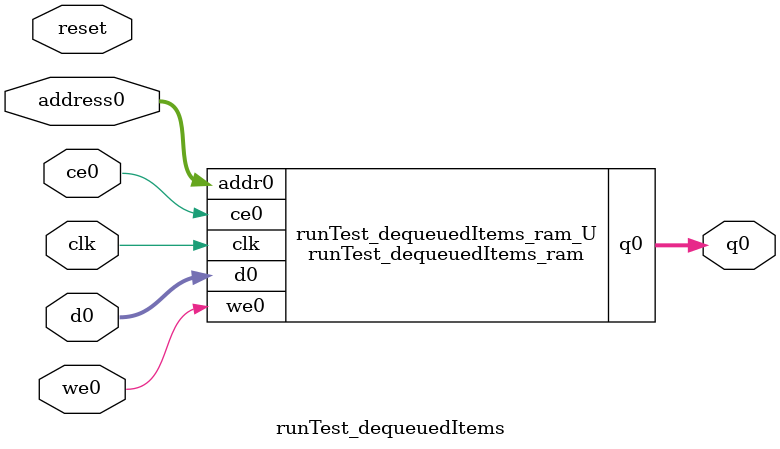
<source format=v>

`timescale 1 ns / 1 ps
module runTest_dequeuedItems_ram (addr0, ce0, d0, we0, q0,  clk);

parameter DWIDTH = 32;
parameter AWIDTH = 8;
parameter MEM_SIZE = 200;

input[AWIDTH-1:0] addr0;
input ce0;
input[DWIDTH-1:0] d0;
input we0;
output reg[DWIDTH-1:0] q0;
input clk;

(* ram_style = "block" *)reg [DWIDTH-1:0] ram[MEM_SIZE-1:0];




always @(posedge clk)  
begin 
    if (ce0) 
    begin
        if (we0) 
        begin 
            ram[addr0] <= d0; 
            q0 <= d0;
        end 
        else 
            q0 <= ram[addr0];
    end
end


endmodule


`timescale 1 ns / 1 ps
module runTest_dequeuedItems(
    reset,
    clk,
    address0,
    ce0,
    we0,
    d0,
    q0);

parameter DataWidth = 32'd32;
parameter AddressRange = 32'd200;
parameter AddressWidth = 32'd8;
input reset;
input clk;
input[AddressWidth - 1:0] address0;
input ce0;
input we0;
input[DataWidth - 1:0] d0;
output[DataWidth - 1:0] q0;




runTest_dequeuedItems_ram runTest_dequeuedItems_ram_U(
    .clk( clk ),
    .addr0( address0 ),
    .ce0( ce0 ),
    .d0( d0 ),
    .we0( we0 ),
    .q0( q0 ));

endmodule


</source>
